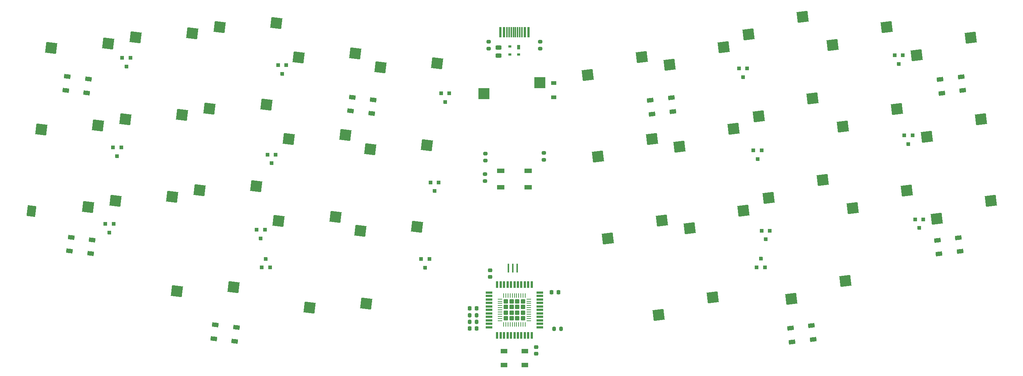
<source format=gbr>
%TF.GenerationSoftware,KiCad,Pcbnew,(6.0.4)*%
%TF.CreationDate,2022-05-08T12:30:25-05:00*%
%TF.ProjectId,LeChiffre-HE,4c654368-6966-4667-9265-2d48452e6b69,rev?*%
%TF.SameCoordinates,Original*%
%TF.FileFunction,Paste,Bot*%
%TF.FilePolarity,Positive*%
%FSLAX46Y46*%
G04 Gerber Fmt 4.6, Leading zero omitted, Abs format (unit mm)*
G04 Created by KiCad (PCBNEW (6.0.4)) date 2022-05-08 12:30:25*
%MOMM*%
%LPD*%
G01*
G04 APERTURE LIST*
G04 Aperture macros list*
%AMRoundRect*
0 Rectangle with rounded corners*
0 $1 Rounding radius*
0 $2 $3 $4 $5 $6 $7 $8 $9 X,Y pos of 4 corners*
0 Add a 4 corners polygon primitive as box body*
4,1,4,$2,$3,$4,$5,$6,$7,$8,$9,$2,$3,0*
0 Add four circle primitives for the rounded corners*
1,1,$1+$1,$2,$3*
1,1,$1+$1,$4,$5*
1,1,$1+$1,$6,$7*
1,1,$1+$1,$8,$9*
0 Add four rect primitives between the rounded corners*
20,1,$1+$1,$2,$3,$4,$5,0*
20,1,$1+$1,$4,$5,$6,$7,0*
20,1,$1+$1,$6,$7,$8,$9,0*
20,1,$1+$1,$8,$9,$2,$3,0*%
%AMRotRect*
0 Rectangle, with rotation*
0 The origin of the aperture is its center*
0 $1 length*
0 $2 width*
0 $3 Rotation angle, in degrees counterclockwise*
0 Add horizontal line*
21,1,$1,$2,0,0,$3*%
%AMOutline5P*
0 Free polygon, 5 corners , with rotation*
0 The origin of the aperture is its center*
0 number of corners: always 5*
0 $1 to $10 corner X, Y*
0 $11 Rotation angle, in degrees counterclockwise*
0 create outline with 5 corners*
4,1,5,$1,$2,$3,$4,$5,$6,$7,$8,$9,$10,$1,$2,$11*%
%AMOutline6P*
0 Free polygon, 6 corners , with rotation*
0 The origin of the aperture is its center*
0 number of corners: always 6*
0 $1 to $12 corner X, Y*
0 $13 Rotation angle, in degrees counterclockwise*
0 create outline with 6 corners*
4,1,6,$1,$2,$3,$4,$5,$6,$7,$8,$9,$10,$11,$12,$1,$2,$13*%
%AMOutline7P*
0 Free polygon, 7 corners , with rotation*
0 The origin of the aperture is its center*
0 number of corners: always 7*
0 $1 to $14 corner X, Y*
0 $15 Rotation angle, in degrees counterclockwise*
0 create outline with 7 corners*
4,1,7,$1,$2,$3,$4,$5,$6,$7,$8,$9,$10,$11,$12,$13,$14,$1,$2,$15*%
%AMOutline8P*
0 Free polygon, 8 corners , with rotation*
0 The origin of the aperture is its center*
0 number of corners: always 8*
0 $1 to $16 corner X, Y*
0 $17 Rotation angle, in degrees counterclockwise*
0 create outline with 8 corners*
4,1,8,$1,$2,$3,$4,$5,$6,$7,$8,$9,$10,$11,$12,$13,$14,$15,$16,$1,$2,$17*%
G04 Aperture macros list end*
%ADD10RotRect,2.550000X2.500000X353.000000*%
%ADD11RotRect,2.000000X2.500000X353.000000*%
%ADD12RotRect,2.550000X2.500000X7.000000*%
%ADD13R,2.550000X2.500000*%
%ADD14RoundRect,0.225000X0.225000X0.250000X-0.225000X0.250000X-0.225000X-0.250000X0.225000X-0.250000X0*%
%ADD15RoundRect,0.225000X-0.250000X0.225000X-0.250000X-0.225000X0.250000X-0.225000X0.250000X0.225000X0*%
%ADD16RoundRect,0.225000X0.250000X-0.225000X0.250000X0.225000X-0.250000X0.225000X-0.250000X-0.225000X0*%
%ADD17RoundRect,0.243750X0.456250X-0.243750X0.456250X0.243750X-0.456250X0.243750X-0.456250X-0.243750X0*%
%ADD18R,1.500000X0.500000*%
%ADD19R,0.500000X1.500000*%
%ADD20R,0.600000X2.450000*%
%ADD21R,0.300000X2.450000*%
%ADD22RoundRect,0.200000X0.275000X-0.200000X0.275000X0.200000X-0.275000X0.200000X-0.275000X-0.200000X0*%
%ADD23RoundRect,0.200000X0.200000X0.275000X-0.200000X0.275000X-0.200000X-0.275000X0.200000X-0.275000X0*%
%ADD24RoundRect,0.200000X-0.200000X-0.275000X0.200000X-0.275000X0.200000X0.275000X-0.200000X0.275000X0*%
%ADD25RoundRect,0.200000X-0.275000X0.200000X-0.275000X-0.200000X0.275000X-0.200000X0.275000X0.200000X0*%
%ADD26R,1.700000X1.000000*%
%ADD27RotRect,1.500000X1.000000X353.000000*%
%ADD28RotRect,1.500000X1.000000X173.000000*%
%ADD29RotRect,1.500000X1.000000X187.000000*%
%ADD30RotRect,1.500000X1.000000X7.000000*%
%ADD31R,1.500000X1.000000*%
%ADD32RoundRect,0.066667X-0.333333X0.383333X-0.333333X-0.383333X0.333333X-0.383333X0.333333X0.383333X0*%
%ADD33Outline5P,-0.450000X0.400000X0.450000X0.400000X0.450000X-0.240000X0.290000X-0.400000X-0.450000X-0.400000X270.000000*%
%ADD34RoundRect,0.066667X0.333333X-0.383333X0.333333X0.383333X-0.333333X0.383333X-0.333333X-0.383333X0*%
%ADD35Outline5P,-0.450000X0.400000X0.450000X0.400000X0.450000X-0.240000X0.290000X-0.400000X-0.450000X-0.400000X90.000000*%
%ADD36R,0.700000X1.000000*%
%ADD37R,0.700000X0.600000*%
%ADD38R,1.200000X0.900000*%
%ADD39RoundRect,0.250000X-0.275000X-0.275000X0.275000X-0.275000X0.275000X0.275000X-0.275000X0.275000X0*%
%ADD40RoundRect,0.062500X-0.475000X-0.062500X0.475000X-0.062500X0.475000X0.062500X-0.475000X0.062500X0*%
%ADD41RoundRect,0.062500X-0.062500X-0.475000X0.062500X-0.475000X0.062500X0.475000X-0.062500X0.475000X0*%
%ADD42R,0.300000X2.000000*%
G04 APERTURE END LIST*
D10*
X30783163Y-47044510D03*
X43923355Y-46098849D03*
X28461552Y-65952514D03*
X41601744Y-65006853D03*
D11*
X26139941Y-84860519D03*
D10*
X39280133Y-83914858D03*
X50271570Y-44639121D03*
X63411762Y-43693459D03*
X47949959Y-63547125D03*
X61090151Y-62601463D03*
X45628348Y-82455130D03*
X58768540Y-81509468D03*
X67438366Y-61141734D03*
X80578558Y-60196073D03*
X65116755Y-80049739D03*
X78256947Y-79104078D03*
X88087578Y-49282343D03*
X101227770Y-48336681D03*
X85765967Y-68190347D03*
X98906159Y-67244685D03*
X83444356Y-87098352D03*
X96584548Y-86152690D03*
X106995582Y-51603953D03*
X120135774Y-50658292D03*
X104673971Y-70511957D03*
X117814163Y-69566296D03*
X102352361Y-89419962D03*
X115492553Y-88474301D03*
X90576747Y-107167161D03*
X103716939Y-106221499D03*
D12*
X155070039Y-53330843D03*
X167591135Y-49234371D03*
X157391650Y-72238847D03*
X169912746Y-68142375D03*
X159713260Y-91146852D03*
X172234356Y-87050380D03*
X171488874Y-108894050D03*
X184009970Y-104797578D03*
X173978043Y-51009232D03*
X186499139Y-46912760D03*
X176299654Y-69917236D03*
X188820750Y-65820764D03*
X178621265Y-88825241D03*
X191142361Y-84728769D03*
X202214133Y-105121463D03*
X214735229Y-101024991D03*
X192305644Y-43960620D03*
X204826740Y-39864148D03*
X194627255Y-62868624D03*
X207148351Y-58772152D03*
X196948866Y-81776629D03*
X209469962Y-77680157D03*
X211794051Y-46366010D03*
X224315147Y-42269538D03*
X214115662Y-65274014D03*
X226636758Y-61177542D03*
X216437273Y-84182019D03*
X228958369Y-80085547D03*
X231282458Y-48771400D03*
X243803554Y-44674928D03*
X233604069Y-67679404D03*
X246125165Y-63582932D03*
X235925680Y-86587409D03*
X248446776Y-82490937D03*
D10*
X59851488Y-103394573D03*
X72991680Y-102448912D03*
X69759977Y-42233730D03*
X82900169Y-41288069D03*
D13*
X130980000Y-57650000D03*
X143907000Y-55110000D03*
D14*
X148250000Y-103650000D03*
X146700000Y-103650000D03*
D15*
X143100000Y-116325000D03*
X143100000Y-117875000D03*
D14*
X129275000Y-107350000D03*
X127725000Y-107350000D03*
X129275000Y-112000000D03*
X127725000Y-112000000D03*
D16*
X132400000Y-100090000D03*
X132400000Y-98540000D03*
D17*
X134350000Y-48837500D03*
X134350000Y-46962500D03*
D18*
X132165000Y-111720000D03*
X132165000Y-110920000D03*
X132165000Y-110120000D03*
X132165000Y-109320000D03*
X132165000Y-108520000D03*
X132165000Y-107720000D03*
X132165000Y-106920000D03*
X132165000Y-106120000D03*
X132165000Y-105320000D03*
X132165000Y-104520000D03*
X132165000Y-103720000D03*
D19*
X134065000Y-101820000D03*
X134865000Y-101820000D03*
X135665000Y-101820000D03*
X136465000Y-101820000D03*
X137265000Y-101820000D03*
X138065000Y-101820000D03*
X138865000Y-101820000D03*
X139665000Y-101820000D03*
X140465000Y-101820000D03*
X141265000Y-101820000D03*
X142065000Y-101820000D03*
D18*
X143965000Y-103720000D03*
X143965000Y-104520000D03*
X143965000Y-105320000D03*
X143965000Y-106120000D03*
X143965000Y-106920000D03*
X143965000Y-107720000D03*
X143965000Y-108520000D03*
X143965000Y-109320000D03*
X143965000Y-110120000D03*
X143965000Y-110920000D03*
X143965000Y-111720000D03*
D19*
X142065000Y-113620000D03*
X141265000Y-113620000D03*
X140465000Y-113620000D03*
X139665000Y-113620000D03*
X138865000Y-113620000D03*
X138065000Y-113620000D03*
X137265000Y-113620000D03*
X136465000Y-113620000D03*
X135665000Y-113620000D03*
X134865000Y-113620000D03*
X134065000Y-113620000D03*
D20*
X134840000Y-43395000D03*
X135615000Y-43395000D03*
D21*
X136315000Y-43395000D03*
X136815000Y-43395000D03*
X137315000Y-43395000D03*
X137815000Y-43395000D03*
X138315000Y-43395000D03*
X138815000Y-43395000D03*
X139315000Y-43395000D03*
X139815000Y-43395000D03*
D20*
X140515000Y-43395000D03*
X141290000Y-43395000D03*
D22*
X132125000Y-47275000D03*
X132125000Y-45625000D03*
X144000000Y-47275000D03*
X144000000Y-45625000D03*
D23*
X129325000Y-108975000D03*
X127675000Y-108975000D03*
D24*
X127675000Y-110475000D03*
X129325000Y-110475000D03*
D25*
X131210000Y-76265000D03*
X131210000Y-77915000D03*
D23*
X148865000Y-112070000D03*
X147215000Y-112070000D03*
D26*
X141215000Y-79350000D03*
X134915000Y-79350000D03*
X134915000Y-75550000D03*
X141215000Y-75550000D03*
D22*
X131360000Y-73165000D03*
X131360000Y-71515000D03*
X144840000Y-72985000D03*
X144840000Y-71335000D03*
D27*
X68393271Y-114379494D03*
X68783253Y-111203346D03*
X73646729Y-111800506D03*
X73256747Y-114976654D03*
D28*
X39366729Y-54290506D03*
X38976747Y-57466654D03*
X34113271Y-56869494D03*
X34503253Y-53693346D03*
X105356729Y-59090506D03*
X104966747Y-62266654D03*
X100103271Y-61669494D03*
X100493253Y-58493346D03*
D29*
X174406747Y-58623346D03*
X174796729Y-61799494D03*
X169933253Y-62396654D03*
X169543271Y-59220506D03*
D30*
X236423253Y-94776654D03*
X236033271Y-91600506D03*
X240896747Y-91003346D03*
X241286729Y-94179494D03*
X202403253Y-115136654D03*
X202013271Y-111960506D03*
X206876747Y-111363346D03*
X207266729Y-114539494D03*
D31*
X135610000Y-120450000D03*
X135610000Y-117250000D03*
X140510000Y-117250000D03*
X140510000Y-120450000D03*
D27*
X34993271Y-94099494D03*
X35383253Y-90923346D03*
X40246729Y-91520506D03*
X39856747Y-94696654D03*
D29*
X241546747Y-53763346D03*
X241936729Y-56939494D03*
X237073253Y-57536654D03*
X236683271Y-54360506D03*
D32*
X118600000Y-78220000D03*
X120500000Y-78220000D03*
D33*
X119550000Y-80220000D03*
D34*
X81430000Y-97890000D03*
X79530000Y-97890000D03*
D35*
X80480000Y-95890000D03*
D36*
X139025000Y-46900000D03*
D37*
X139025000Y-48600000D03*
X137025000Y-48600000D03*
X137025000Y-46700000D03*
D32*
X80830000Y-71770000D03*
X82730000Y-71770000D03*
D33*
X81780000Y-73770000D03*
D32*
X190060000Y-51810000D03*
X191960000Y-51810000D03*
D33*
X191010000Y-53810000D03*
D38*
X147180000Y-58500000D03*
X147180000Y-55200000D03*
D39*
X140015000Y-105760000D03*
X138715000Y-109660000D03*
X136115000Y-105760000D03*
X137415000Y-109660000D03*
X136115000Y-108360000D03*
X138715000Y-107060000D03*
X138715000Y-105760000D03*
X136115000Y-109660000D03*
X136115000Y-107060000D03*
X137415000Y-107060000D03*
X137415000Y-105760000D03*
X140015000Y-108360000D03*
X138715000Y-108360000D03*
X137415000Y-108360000D03*
X140015000Y-109660000D03*
X140015000Y-107060000D03*
D40*
X134727500Y-110210000D03*
X134727501Y-109710000D03*
X134727500Y-109210000D03*
X134727500Y-108710000D03*
X134727501Y-108210000D03*
X134727500Y-107710000D03*
X134727501Y-107210000D03*
X134727500Y-106710000D03*
X134727500Y-106210000D03*
X134727501Y-105710000D03*
X134727500Y-105210000D03*
D41*
X135565000Y-104372500D03*
X136065000Y-104372501D03*
X136565000Y-104372500D03*
X137065000Y-104372500D03*
X137565000Y-104372501D03*
X138065000Y-104372500D03*
X138565000Y-104372501D03*
X139065000Y-104372500D03*
X139565000Y-104372500D03*
X140065000Y-104372501D03*
X140565000Y-104372500D03*
D40*
X141402500Y-105210000D03*
X141402499Y-105710000D03*
X141402500Y-106210000D03*
X141402500Y-106710000D03*
X141402499Y-107210000D03*
X141402500Y-107710000D03*
X141402499Y-108210000D03*
X141402500Y-108710000D03*
X141402500Y-109210000D03*
X141402499Y-109710000D03*
X141402500Y-110210000D03*
D41*
X140565000Y-111047500D03*
X140065000Y-111047499D03*
X139565000Y-111047500D03*
X139065000Y-111047500D03*
X138565000Y-111047500D03*
X138065000Y-111047500D03*
X137565000Y-111047499D03*
X137065000Y-111047500D03*
X136565000Y-111047500D03*
X136065000Y-111047499D03*
X135565000Y-111047500D03*
D32*
X193420000Y-70800000D03*
X195320000Y-70800000D03*
D33*
X194370000Y-72800000D03*
D32*
X116450000Y-95925000D03*
X118350000Y-95925000D03*
D33*
X117400000Y-97925000D03*
D32*
X226140000Y-48800000D03*
X228040000Y-48800000D03*
D33*
X227090000Y-50800000D03*
D34*
X196090000Y-97850000D03*
X194190000Y-97850000D03*
D35*
X195140000Y-95850000D03*
D32*
X230870000Y-86770000D03*
X232770000Y-86770000D03*
D33*
X231820000Y-88770000D03*
D32*
X228370000Y-67340000D03*
X230270000Y-67340000D03*
D33*
X229320000Y-69340000D03*
D32*
X45070000Y-70120000D03*
X46970000Y-70120000D03*
D33*
X46020000Y-72120000D03*
D32*
X121070000Y-57600000D03*
X122970000Y-57600000D03*
D33*
X122020000Y-59600000D03*
D32*
X47210000Y-49380000D03*
X49110000Y-49380000D03*
D33*
X48160000Y-51380000D03*
D32*
X195320000Y-89380000D03*
X197220000Y-89380000D03*
D33*
X196270000Y-91380000D03*
D42*
X138685000Y-98050000D03*
X137660000Y-98050000D03*
X136635000Y-98050000D03*
D32*
X83310000Y-51070000D03*
X85210000Y-51070000D03*
D33*
X84260000Y-53070000D03*
D32*
X78350000Y-89150000D03*
X80250000Y-89150000D03*
D33*
X79300000Y-91150000D03*
D32*
X43290000Y-87800000D03*
X45190000Y-87800000D03*
D33*
X44240000Y-89800000D03*
M02*

</source>
